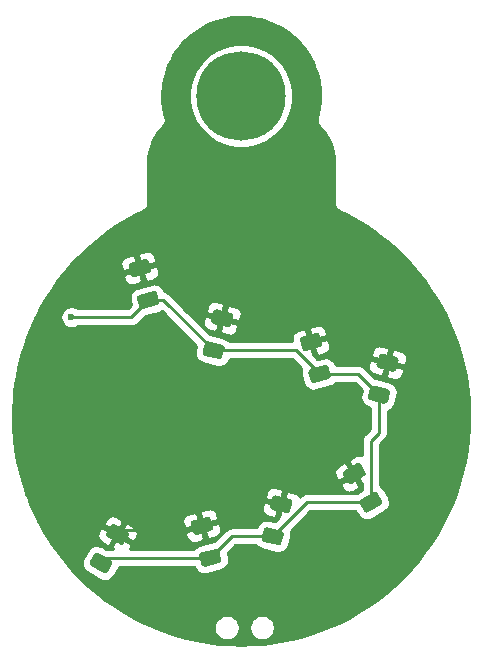
<source format=gtl>
%TF.GenerationSoftware,KiCad,Pcbnew,(5.1.8)-1*%
%TF.CreationDate,2020-11-17T19:57:04-05:00*%
%TF.ProjectId,drawing,64726177-696e-4672-9e6b-696361645f70,rev?*%
%TF.SameCoordinates,Original*%
%TF.FileFunction,Copper,L1,Top*%
%TF.FilePolarity,Positive*%
%FSLAX46Y46*%
G04 Gerber Fmt 4.6, Leading zero omitted, Abs format (unit mm)*
G04 Created by KiCad (PCBNEW (5.1.8)-1) date 2020-11-17 19:57:04*
%MOMM*%
%LPD*%
G01*
G04 APERTURE LIST*
%TA.AperFunction,ComponentPad*%
%ADD10C,7.559524*%
%TD*%
%TA.AperFunction,ViaPad*%
%ADD11C,0.600000*%
%TD*%
%TA.AperFunction,Conductor*%
%ADD12C,0.250000*%
%TD*%
%TA.AperFunction,Conductor*%
%ADD13C,0.254000*%
%TD*%
%TA.AperFunction,Conductor*%
%ADD14C,0.100000*%
%TD*%
G04 APERTURE END LIST*
%TO.P,D8,2*%
%TO.N,/VRes*%
%TA.AperFunction,SMDPad,CuDef*%
G36*
G01*
X-12271234Y-4041330D02*
X-13353766Y-3416330D01*
G75*
G02*
X-13445272Y-3074824I125000J216506D01*
G01*
X-13070272Y-2425304D01*
G75*
G02*
X-12728766Y-2333798I216506J-125000D01*
G01*
X-11646234Y-2958798D01*
G75*
G02*
X-11554728Y-3300304I-125000J-216506D01*
G01*
X-11929728Y-3949824D01*
G75*
G02*
X-12271234Y-4041330I-216506J125000D01*
G01*
G37*
%TD.AperFunction*%
%TO.P,D8,1*%
%TO.N,/GND*%
%TA.AperFunction,SMDPad,CuDef*%
G36*
G01*
X-13671234Y-6466202D02*
X-14753766Y-5841202D01*
G75*
G02*
X-14845272Y-5499696I125000J216506D01*
G01*
X-14470272Y-4850176D01*
G75*
G02*
X-14128766Y-4758670I216506J-125000D01*
G01*
X-13046234Y-5383670D01*
G75*
G02*
X-12954728Y-5725176I-125000J-216506D01*
G01*
X-13329728Y-6374696D01*
G75*
G02*
X-13671234Y-6466202I-216506J125000D01*
G01*
G37*
%TD.AperFunction*%
%TD*%
%TO.P,D7,2*%
%TO.N,/VRes*%
%TA.AperFunction,SMDPad,CuDef*%
G36*
G01*
X-4596881Y-2889645D02*
X-5804288Y-3213169D01*
G75*
G02*
X-6110474Y-3036393I-64705J241481D01*
G01*
X-6304589Y-2311949D01*
G75*
G02*
X-6127813Y-2005763I241481J64705D01*
G01*
X-4920406Y-1682239D01*
G75*
G02*
X-4614220Y-1859015I64705J-241481D01*
G01*
X-4420105Y-2583459D01*
G75*
G02*
X-4596881Y-2889645I-241481J-64705D01*
G01*
G37*
%TD.AperFunction*%
%TO.P,D7,1*%
%TO.N,/GND*%
%TA.AperFunction,SMDPad,CuDef*%
G36*
G01*
X-3872187Y-5594237D02*
X-5079594Y-5917761D01*
G75*
G02*
X-5385780Y-5740985I-64705J241481D01*
G01*
X-5579895Y-5016541D01*
G75*
G02*
X-5403119Y-4710355I241481J64705D01*
G01*
X-4195712Y-4386831D01*
G75*
G02*
X-3889526Y-4563607I64705J-241481D01*
G01*
X-3695411Y-5288051D01*
G75*
G02*
X-3872187Y-5594237I-241481J-64705D01*
G01*
G37*
%TD.AperFunction*%
%TD*%
%TO.P,D6,2*%
%TO.N,/VRes*%
%TA.AperFunction,SMDPad,CuDef*%
G36*
G01*
X10804288Y10586831D02*
X9596881Y10910355D01*
G75*
G02*
X9420105Y11216541I64705J241481D01*
G01*
X9614220Y11940985D01*
G75*
G02*
X9920406Y12117761I241481J-64705D01*
G01*
X11127813Y11794237D01*
G75*
G02*
X11304589Y11488051I-64705J-241481D01*
G01*
X11110474Y10763607D01*
G75*
G02*
X10804288Y10586831I-241481J64705D01*
G01*
G37*
%TD.AperFunction*%
%TO.P,D6,1*%
%TO.N,/GND*%
%TA.AperFunction,SMDPad,CuDef*%
G36*
G01*
X10079594Y7882239D02*
X8872187Y8205763D01*
G75*
G02*
X8695411Y8511949I64705J241481D01*
G01*
X8889526Y9236393D01*
G75*
G02*
X9195712Y9413169I241481J-64705D01*
G01*
X10403119Y9089645D01*
G75*
G02*
X10579895Y8783459I-64705J-241481D01*
G01*
X10385780Y8059015D01*
G75*
G02*
X10079594Y7882239I-241481J64705D01*
G01*
G37*
%TD.AperFunction*%
%TD*%
%TO.P,D5,2*%
%TO.N,/VRes*%
%TA.AperFunction,SMDPad,CuDef*%
G36*
G01*
X1804288Y-1413169D02*
X596881Y-1089645D01*
G75*
G02*
X420105Y-783459I64705J241481D01*
G01*
X614220Y-59015D01*
G75*
G02*
X920406Y117761I241481J-64705D01*
G01*
X2127813Y-205763D01*
G75*
G02*
X2304589Y-511949I-64705J-241481D01*
G01*
X2110474Y-1236393D01*
G75*
G02*
X1804288Y-1413169I-241481J64705D01*
G01*
G37*
%TD.AperFunction*%
%TO.P,D5,1*%
%TO.N,/GND*%
%TA.AperFunction,SMDPad,CuDef*%
G36*
G01*
X1079594Y-4117761D02*
X-127813Y-3794237D01*
G75*
G02*
X-304589Y-3488051I64705J241481D01*
G01*
X-110474Y-2763607D01*
G75*
G02*
X195712Y-2586831I241481J-64705D01*
G01*
X1403119Y-2910355D01*
G75*
G02*
X1579895Y-3216541I-64705J-241481D01*
G01*
X1385780Y-3940985D01*
G75*
G02*
X1079594Y-4117761I-241481J64705D01*
G01*
G37*
%TD.AperFunction*%
%TD*%
%TO.P,D4,2*%
%TO.N,/VRes*%
%TA.AperFunction,SMDPad,CuDef*%
G36*
G01*
X4653119Y12660355D02*
X3445712Y12336831D01*
G75*
G02*
X3139526Y12513607I-64705J241481D01*
G01*
X2945411Y13238051D01*
G75*
G02*
X3122187Y13544237I241481J64705D01*
G01*
X4329594Y13867761D01*
G75*
G02*
X4635780Y13690985I64705J-241481D01*
G01*
X4829895Y12966541D01*
G75*
G02*
X4653119Y12660355I-241481J-64705D01*
G01*
G37*
%TD.AperFunction*%
%TO.P,D4,1*%
%TO.N,/GND*%
%TA.AperFunction,SMDPad,CuDef*%
G36*
G01*
X5377813Y9955763D02*
X4170406Y9632239D01*
G75*
G02*
X3864220Y9809015I-64705J241481D01*
G01*
X3670105Y10533459D01*
G75*
G02*
X3846881Y10839645I241481J64705D01*
G01*
X5054288Y11163169D01*
G75*
G02*
X5360474Y10986393I64705J-241481D01*
G01*
X5554589Y10261949D01*
G75*
G02*
X5377813Y9955763I-241481J-64705D01*
G01*
G37*
%TD.AperFunction*%
%TD*%
%TO.P,D3,2*%
%TO.N,/VRes*%
%TA.AperFunction,SMDPad,CuDef*%
G36*
G01*
X8403766Y1733670D02*
X7321234Y1108670D01*
G75*
G02*
X6979728Y1200176I-125000J216506D01*
G01*
X6604728Y1849696D01*
G75*
G02*
X6696234Y2191202I216506J125000D01*
G01*
X7778766Y2816202D01*
G75*
G02*
X8120272Y2724696I125000J-216506D01*
G01*
X8495272Y2075176D01*
G75*
G02*
X8403766Y1733670I-216506J-125000D01*
G01*
G37*
%TD.AperFunction*%
%TO.P,D3,1*%
%TO.N,/GND*%
%TA.AperFunction,SMDPad,CuDef*%
G36*
G01*
X9803766Y-691202D02*
X8721234Y-1316202D01*
G75*
G02*
X8379728Y-1224696I-125000J216506D01*
G01*
X8004728Y-575176D01*
G75*
G02*
X8096234Y-233670I216506J125000D01*
G01*
X9178766Y391330D01*
G75*
G02*
X9520272Y299824I125000J-216506D01*
G01*
X9895272Y-349696D01*
G75*
G02*
X9803766Y-691202I-216506J-125000D01*
G01*
G37*
%TD.AperFunction*%
%TD*%
%TO.P,D2,2*%
%TO.N,/VRes*%
%TA.AperFunction,SMDPad,CuDef*%
G36*
G01*
X-3195712Y14336831D02*
X-4403119Y14660355D01*
G75*
G02*
X-4579895Y14966541I64705J241481D01*
G01*
X-4385780Y15690985D01*
G75*
G02*
X-4079594Y15867761I241481J-64705D01*
G01*
X-2872187Y15544237D01*
G75*
G02*
X-2695411Y15238051I-64705J-241481D01*
G01*
X-2889526Y14513607D01*
G75*
G02*
X-3195712Y14336831I-241481J64705D01*
G01*
G37*
%TD.AperFunction*%
%TO.P,D2,1*%
%TO.N,/GND*%
%TA.AperFunction,SMDPad,CuDef*%
G36*
G01*
X-3920406Y11632239D02*
X-5127813Y11955763D01*
G75*
G02*
X-5304589Y12261949I64705J241481D01*
G01*
X-5110474Y12986393D01*
G75*
G02*
X-4804288Y13163169I241481J-64705D01*
G01*
X-3596881Y12839645D01*
G75*
G02*
X-3420105Y12533459I-64705J-241481D01*
G01*
X-3614220Y11809015D01*
G75*
G02*
X-3920406Y11632239I-241481J64705D01*
G01*
G37*
%TD.AperFunction*%
%TD*%
%TO.P,D1,2*%
%TO.N,/VRes*%
%TA.AperFunction,SMDPad,CuDef*%
G36*
G01*
X-9846881Y18910355D02*
X-11054288Y18586831D01*
G75*
G02*
X-11360474Y18763607I-64705J241481D01*
G01*
X-11554589Y19488051D01*
G75*
G02*
X-11377813Y19794237I241481J64705D01*
G01*
X-10170406Y20117761D01*
G75*
G02*
X-9864220Y19940985I64705J-241481D01*
G01*
X-9670105Y19216541D01*
G75*
G02*
X-9846881Y18910355I-241481J-64705D01*
G01*
G37*
%TD.AperFunction*%
%TO.P,D1,1*%
%TO.N,/GND*%
%TA.AperFunction,SMDPad,CuDef*%
G36*
G01*
X-9122187Y16205763D02*
X-10329594Y15882239D01*
G75*
G02*
X-10635780Y16059015I-64705J241481D01*
G01*
X-10829895Y16783459D01*
G75*
G02*
X-10653119Y17089645I241481J64705D01*
G01*
X-9445712Y17413169D01*
G75*
G02*
X-9139526Y17236393I64705J-241481D01*
G01*
X-8945411Y16511949D01*
G75*
G02*
X-9122187Y16205763I-241481J-64705D01*
G01*
G37*
%TD.AperFunction*%
%TD*%
D10*
%TO.P,,1*%
%TO.N,N/C*%
X-2031151Y33936012D03*
%TD*%
D11*
%TO.N,/GND*%
X-16400000Y15200000D03*
%TO.N,/VRes*%
X-8800000Y-2800000D03*
%TD*%
D12*
%TO.N,/GND*%
X-11335357Y15200000D02*
X-9887653Y16647704D01*
X-16400000Y15200000D02*
X-11335357Y15200000D01*
X-8612347Y16647704D02*
X-4362347Y12397704D01*
X-9887653Y16647704D02*
X-8612347Y16647704D01*
X2612347Y12397704D02*
X4612347Y10397704D01*
X-4362347Y12397704D02*
X2612347Y12397704D01*
X7887653Y10397704D02*
X9637653Y8647704D01*
X4612347Y10397704D02*
X7887653Y10397704D01*
X9637653Y8647704D02*
X9637653Y5437653D01*
X8950000Y4750000D02*
X8950000Y-462436D01*
X9637653Y5437653D02*
X8950000Y4750000D01*
X3527513Y-462436D02*
X637653Y-3352296D01*
X8950000Y-462436D02*
X3527513Y-462436D01*
X-2837653Y-3352296D02*
X-4637653Y-5152296D01*
X637653Y-3352296D02*
X-2837653Y-3352296D01*
X-13439860Y-5152296D02*
X-13900000Y-5612436D01*
X-4637653Y-5152296D02*
X-13439860Y-5152296D01*
%TO.N,/VRes*%
X-12112436Y-2800000D02*
X-12500000Y-3187564D01*
X-8800000Y-2800000D02*
X-12112436Y-2800000D01*
%TD*%
D13*
%TO.N,/VRes*%
X-1699614Y40613051D02*
X-1370345Y40588550D01*
X-1043844Y40548009D01*
X-720800Y40491635D01*
X-401601Y40419659D01*
X-86775Y40332303D01*
X222986Y40229805D01*
X527308Y40112384D01*
X825425Y39980286D01*
X1116958Y39833702D01*
X1401338Y39672869D01*
X1677928Y39498082D01*
X1946173Y39309504D01*
X2205693Y39107313D01*
X2455907Y38891755D01*
X2696191Y38663172D01*
X2924792Y38422869D01*
X3140307Y38172795D01*
X3342450Y37913247D01*
X3531041Y37644919D01*
X3705916Y37368275D01*
X3866714Y37083954D01*
X4013280Y36792455D01*
X4145350Y36494302D01*
X4262830Y36189940D01*
X4365318Y35880210D01*
X4452647Y35565536D01*
X4524581Y35246233D01*
X4581005Y34923112D01*
X4621541Y34596741D01*
X4646027Y34267537D01*
X4654102Y33939583D01*
X4637284Y33464209D01*
X4587397Y32995453D01*
X4504683Y32531367D01*
X4391033Y32080965D01*
X4379081Y32047090D01*
X4369797Y31982531D01*
X4360075Y31917765D01*
X4360176Y31915632D01*
X4359874Y31913531D01*
X4363366Y31848329D01*
X4366463Y31782984D01*
X4366976Y31780921D01*
X4367090Y31778793D01*
X4383259Y31715432D01*
X4399022Y31652037D01*
X4399929Y31650111D01*
X4400455Y31648049D01*
X4428648Y31589118D01*
X4456502Y31529960D01*
X4457768Y31528247D01*
X4458686Y31526328D01*
X4497858Y31473995D01*
X4536693Y31421442D01*
X4563266Y31397274D01*
X4844620Y31089595D01*
X5094512Y30757067D01*
X5311816Y30400584D01*
X5494492Y30022388D01*
X5640298Y29624695D01*
X5747117Y29209319D01*
X5812916Y28777913D01*
X5836301Y28314807D01*
X5836300Y24922335D01*
X5834536Y24911760D01*
X5836300Y24854994D01*
X5836300Y24831954D01*
X5837346Y24821334D01*
X5838727Y24776892D01*
X5843943Y24754351D01*
X5846212Y24731318D01*
X5859125Y24688750D01*
X5869149Y24645434D01*
X5878662Y24624345D01*
X5885381Y24602195D01*
X5906346Y24562972D01*
X5924631Y24522436D01*
X5938079Y24503603D01*
X5948988Y24483194D01*
X5977202Y24448815D01*
X6003045Y24412625D01*
X6019909Y24396777D01*
X6034589Y24378890D01*
X6068966Y24350677D01*
X6101374Y24320222D01*
X6121002Y24307971D01*
X6138893Y24293288D01*
X6178119Y24272322D01*
X6187159Y24266679D01*
X6207784Y24256465D01*
X6257894Y24229681D01*
X6268156Y24226568D01*
X6854064Y23936418D01*
X7465027Y23605921D01*
X8061025Y23255430D01*
X8641574Y22885490D01*
X9206389Y22496521D01*
X9755215Y22089174D01*
X10287672Y21663902D01*
X10803436Y21221240D01*
X11302142Y20761838D01*
X11783446Y20286036D01*
X12247096Y19794573D01*
X12692564Y19287881D01*
X13119738Y18766445D01*
X13528067Y18230923D01*
X13917367Y17681788D01*
X14287161Y17119515D01*
X14637285Y16544734D01*
X14967202Y15958010D01*
X15276729Y15359912D01*
X15565409Y14750776D01*
X15833020Y14131338D01*
X16079079Y13502189D01*
X16303303Y12863699D01*
X16505327Y12216392D01*
X16684951Y11560861D01*
X16841671Y10897770D01*
X16975236Y10227337D01*
X17085324Y9550492D01*
X17171554Y8867506D01*
X17233458Y8178941D01*
X17270935Y7485216D01*
X17283547Y6789384D01*
X17259732Y5829343D01*
X17188941Y4878061D01*
X17071796Y3934818D01*
X16908979Y3001376D01*
X16700964Y2079120D01*
X16448609Y1169657D01*
X16152506Y274590D01*
X15813354Y-604382D01*
X15431579Y-1465863D01*
X15008200Y-2308178D01*
X14543598Y-3129609D01*
X14038532Y-3928829D01*
X13493593Y-4704086D01*
X12909496Y-5453815D01*
X12286986Y-6176568D01*
X11626509Y-6870558D01*
X10932376Y-7531082D01*
X10209686Y-8153718D01*
X9459904Y-8737880D01*
X8684738Y-9282728D01*
X7885494Y-9787905D01*
X7064068Y-10252505D01*
X6221765Y-10675976D01*
X5360282Y-11057656D01*
X4481260Y-11396923D01*
X3586307Y-11693020D01*
X2676869Y-11945465D01*
X1754616Y-12153382D01*
X821038Y-12316302D01*
X-122073Y-12433442D01*
X-1073339Y-12504232D01*
X-2031216Y-12527990D01*
X-2988957Y-12504232D01*
X-3940239Y-12433441D01*
X-4883446Y-12316301D01*
X-5816902Y-12153385D01*
X-6739161Y-11945467D01*
X-7648596Y-11693023D01*
X-8543555Y-11396925D01*
X-9422576Y-11057659D01*
X-9613348Y-10973137D01*
X-4335000Y-10973137D01*
X-4335000Y-11186863D01*
X-4293304Y-11396483D01*
X-4211515Y-11593940D01*
X-4092775Y-11771647D01*
X-3941647Y-11922775D01*
X-3763940Y-12041515D01*
X-3566483Y-12123304D01*
X-3356863Y-12165000D01*
X-3143137Y-12165000D01*
X-2933517Y-12123304D01*
X-2736060Y-12041515D01*
X-2558353Y-11922775D01*
X-2407225Y-11771647D01*
X-2288485Y-11593940D01*
X-2206696Y-11396483D01*
X-2165000Y-11186863D01*
X-2165000Y-10973137D01*
X-1335000Y-10973137D01*
X-1335000Y-11186863D01*
X-1293304Y-11396483D01*
X-1211515Y-11593940D01*
X-1092775Y-11771647D01*
X-941647Y-11922775D01*
X-763940Y-12041515D01*
X-566483Y-12123304D01*
X-356863Y-12165000D01*
X-143137Y-12165000D01*
X66483Y-12123304D01*
X263940Y-12041515D01*
X441647Y-11922775D01*
X592775Y-11771647D01*
X711515Y-11593940D01*
X793304Y-11396483D01*
X835000Y-11186863D01*
X835000Y-10973137D01*
X793304Y-10763517D01*
X711515Y-10566060D01*
X592775Y-10388353D01*
X441647Y-10237225D01*
X263940Y-10118485D01*
X66483Y-10036696D01*
X-143137Y-9995000D01*
X-356863Y-9995000D01*
X-566483Y-10036696D01*
X-763940Y-10118485D01*
X-941647Y-10237225D01*
X-1092775Y-10388353D01*
X-1211515Y-10566060D01*
X-1293304Y-10763517D01*
X-1335000Y-10973137D01*
X-2165000Y-10973137D01*
X-2206696Y-10763517D01*
X-2288485Y-10566060D01*
X-2407225Y-10388353D01*
X-2558353Y-10237225D01*
X-2736060Y-10118485D01*
X-2933517Y-10036696D01*
X-3143137Y-9995000D01*
X-3356863Y-9995000D01*
X-3566483Y-10036696D01*
X-3763940Y-10118485D01*
X-3941647Y-10237225D01*
X-4092775Y-10388353D01*
X-4211515Y-10566060D01*
X-4293304Y-10763517D01*
X-4335000Y-10973137D01*
X-9613348Y-10973137D01*
X-10284058Y-10675979D01*
X-11126361Y-10252509D01*
X-11947786Y-9787910D01*
X-12747027Y-9282735D01*
X-13522294Y-8737886D01*
X-14271967Y-8153734D01*
X-14994657Y-7531099D01*
X-15688791Y-6870576D01*
X-16349280Y-6176576D01*
X-16971905Y-5453803D01*
X-17555960Y-4704129D01*
X-18100802Y-3928875D01*
X-18477325Y-3333062D01*
X-14206978Y-3333062D01*
X-14186602Y-3456475D01*
X-14142542Y-3573541D01*
X-14076489Y-3679764D01*
X-13990983Y-3771058D01*
X-13889308Y-3843916D01*
X-13377467Y-4135881D01*
X-13160610Y-4077774D01*
X-12673485Y-3234049D01*
X-12834513Y-3141079D01*
X-12326515Y-3141079D01*
X-11266283Y-3753204D01*
X-11049427Y-3695097D01*
X-10877141Y-3402834D01*
X-10825518Y-3288900D01*
X-10797114Y-3167083D01*
X-10795394Y-3114534D01*
X-6746937Y-3114534D01*
X-6662100Y-3443019D01*
X-6618040Y-3560087D01*
X-6551987Y-3666308D01*
X-6466480Y-3757602D01*
X-6364806Y-3830461D01*
X-6250872Y-3882083D01*
X-6129056Y-3910488D01*
X-6004039Y-3914581D01*
X-5880625Y-3894205D01*
X-5312248Y-3738728D01*
X-5199995Y-3544300D01*
X-5452150Y-2603247D01*
X-6634684Y-2920106D01*
X-6746937Y-3114534D01*
X-10795394Y-3114534D01*
X-10793022Y-3042066D01*
X-10813398Y-2918653D01*
X-10857458Y-2801587D01*
X-10923511Y-2695364D01*
X-11009017Y-2604070D01*
X-11110692Y-2531212D01*
X-11622533Y-2239247D01*
X-11839390Y-2297354D01*
X-12326515Y-3141079D01*
X-12834513Y-3141079D01*
X-13733717Y-2621924D01*
X-13950573Y-2680031D01*
X-14122859Y-2972294D01*
X-14174482Y-3086228D01*
X-14202886Y-3208045D01*
X-14206978Y-3333062D01*
X-18477325Y-3333062D01*
X-18605893Y-3129616D01*
X-19070505Y-2308168D01*
X-19132379Y-2185097D01*
X-13664823Y-2185097D01*
X-13606717Y-2401954D01*
X-12546485Y-3014079D01*
X-12059360Y-2170354D01*
X-12074942Y-2112199D01*
X-7006000Y-2112199D01*
X-6985624Y-2235612D01*
X-6894853Y-2562507D01*
X-6700424Y-2674761D01*
X-6188187Y-2537507D01*
X-5206804Y-2537507D01*
X-4954650Y-3478560D01*
X-4760222Y-3590813D01*
X-4190255Y-3441271D01*
X-4073188Y-3397211D01*
X-3966966Y-3331158D01*
X-3875672Y-3245651D01*
X-3802813Y-3143977D01*
X-3751191Y-3030043D01*
X-3722786Y-2908226D01*
X-3718694Y-2783209D01*
X-3739070Y-2659796D01*
X-3829841Y-2332901D01*
X-4024270Y-2220647D01*
X-5206804Y-2537507D01*
X-6188187Y-2537507D01*
X-5517890Y-2357901D01*
X-5770044Y-1416848D01*
X-5883909Y-1351108D01*
X-5524699Y-1351108D01*
X-5272544Y-2292161D01*
X-4090010Y-1975302D01*
X-3977757Y-1780874D01*
X-4062594Y-1452389D01*
X-4106654Y-1335321D01*
X-4172707Y-1229100D01*
X-4258214Y-1137806D01*
X-4359888Y-1064947D01*
X-4473822Y-1013325D01*
X-4595638Y-984920D01*
X-4647898Y-983209D01*
X-281306Y-983209D01*
X-277214Y-1108226D01*
X-248809Y-1230043D01*
X-197187Y-1343977D01*
X-124328Y-1445651D01*
X-33034Y-1531158D01*
X73188Y-1597211D01*
X190255Y-1641271D01*
X760222Y-1790813D01*
X954650Y-1678560D01*
X1206804Y-737507D01*
X24270Y-420647D01*
X-170159Y-532901D01*
X-260930Y-859796D01*
X-281306Y-983209D01*
X-4647898Y-983209D01*
X-4720655Y-980827D01*
X-4844069Y-1001203D01*
X-5412446Y-1156680D01*
X-5524699Y-1351108D01*
X-5883909Y-1351108D01*
X-5964472Y-1304595D01*
X-6534439Y-1454137D01*
X-6651506Y-1498197D01*
X-6757728Y-1564250D01*
X-6849022Y-1649757D01*
X-6921881Y-1751431D01*
X-6973503Y-1865365D01*
X-7001908Y-1987182D01*
X-7006000Y-2112199D01*
X-12074942Y-2112199D01*
X-12117467Y-1953497D01*
X-12626236Y-1656212D01*
X-12740171Y-1604588D01*
X-12861987Y-1576184D01*
X-12987005Y-1572093D01*
X-13110417Y-1592468D01*
X-13227484Y-1636529D01*
X-13333706Y-1702581D01*
X-13425000Y-1788088D01*
X-13497859Y-1889762D01*
X-13664823Y-2185097D01*
X-19132379Y-2185097D01*
X-19493976Y-1465865D01*
X-19875639Y-604421D01*
X-20116235Y19126D01*
X-22243Y19126D01*
X90010Y-175302D01*
X1272544Y-492161D01*
X1524699Y448892D01*
X1412446Y643320D01*
X844069Y798797D01*
X720655Y819173D01*
X595638Y815080D01*
X473822Y786675D01*
X359888Y735053D01*
X258214Y662194D01*
X172707Y570900D01*
X106654Y464679D01*
X62594Y347611D01*
X-22243Y19126D01*
X-20116235Y19126D01*
X-20214818Y274621D01*
X-20441616Y959969D01*
X6385177Y959969D01*
X6552141Y664634D01*
X6625000Y562960D01*
X6716294Y477453D01*
X6822516Y411401D01*
X6939583Y367340D01*
X7062995Y346965D01*
X7188013Y351056D01*
X7309829Y379460D01*
X7423764Y431084D01*
X7932533Y728369D01*
X7990640Y945226D01*
X7503515Y1788951D01*
X6443283Y1176826D01*
X6385177Y959969D01*
X-20441616Y959969D01*
X-20511016Y1169684D01*
X-20763357Y2079094D01*
X-20769858Y2107934D01*
X5843022Y2107934D01*
X5847114Y1982917D01*
X5875518Y1861100D01*
X5927141Y1747166D01*
X6099427Y1454903D01*
X6316283Y1396796D01*
X7376515Y2008921D01*
X6889390Y2852646D01*
X6672533Y2910753D01*
X6160692Y2618788D01*
X6059017Y2545930D01*
X5973511Y2454636D01*
X5907458Y2348413D01*
X5863398Y2231347D01*
X5843022Y2107934D01*
X-20769858Y2107934D01*
X-20971276Y3001359D01*
X-21134096Y3934816D01*
X-21251241Y4878058D01*
X-21322032Y5829341D01*
X-21345848Y6789417D01*
X-21333333Y7485263D01*
X-21295860Y8178890D01*
X-21233854Y8867521D01*
X-21147716Y9550543D01*
X-21037633Y10227453D01*
X-20904070Y10897875D01*
X-20747337Y11561017D01*
X-20567824Y12216499D01*
X-20365708Y12863789D01*
X-20141469Y13502416D01*
X-19895394Y14131605D01*
X-19627867Y14751166D01*
X-19371473Y15292089D01*
X-17335000Y15292089D01*
X-17335000Y15107911D01*
X-17299068Y14927271D01*
X-17228586Y14757111D01*
X-17126262Y14603972D01*
X-16996028Y14473738D01*
X-16842889Y14371414D01*
X-16672729Y14300932D01*
X-16492089Y14265000D01*
X-16307911Y14265000D01*
X-16127271Y14300932D01*
X-15957111Y14371414D01*
X-15854465Y14440000D01*
X-11372679Y14440000D01*
X-11335357Y14436324D01*
X-11298035Y14440000D01*
X-11298024Y14440000D01*
X-11186371Y14450997D01*
X-11043110Y14494454D01*
X-10911081Y14565026D01*
X-10795356Y14659999D01*
X-10771553Y14689003D01*
X-10200619Y15259936D01*
X-10164449Y15265908D01*
X-8957042Y15589432D01*
X-8794107Y15650757D01*
X-8730040Y15690596D01*
X-5824897Y12785452D01*
X-5920919Y12427095D01*
X-5949279Y12255327D01*
X-5943582Y12081328D01*
X-5904050Y11911783D01*
X-5832201Y11753208D01*
X-5730796Y11611698D01*
X-5603732Y11492689D01*
X-5455892Y11400757D01*
X-5292958Y11339432D01*
X-4085551Y11015908D01*
X-3913785Y10987549D01*
X-3739785Y10993245D01*
X-3570240Y11032778D01*
X-3411666Y11104627D01*
X-3270155Y11206032D01*
X-3151147Y11333095D01*
X-3059214Y11480935D01*
X-3000210Y11637704D01*
X2297546Y11637704D01*
X3067048Y10868202D01*
X3031111Y10714080D01*
X3025415Y10540080D01*
X3053775Y10368313D01*
X3247890Y9643869D01*
X3309214Y9480936D01*
X3401146Y9333096D01*
X3520155Y9206032D01*
X3661665Y9104627D01*
X3820240Y9032778D01*
X3989785Y8993246D01*
X4163784Y8987549D01*
X4335551Y9015908D01*
X5542958Y9339432D01*
X5705893Y9400757D01*
X5853733Y9492690D01*
X5980796Y9611698D01*
X5999432Y9637704D01*
X7572852Y9637704D01*
X8175103Y9035453D01*
X8079081Y8677095D01*
X8050721Y8505327D01*
X8056418Y8331328D01*
X8095950Y8161783D01*
X8167799Y8003208D01*
X8269204Y7861698D01*
X8396268Y7742689D01*
X8544108Y7650757D01*
X8707042Y7589432D01*
X8877653Y7543717D01*
X8877654Y5752456D01*
X8439002Y5313803D01*
X8409999Y5290001D01*
X8363560Y5233414D01*
X8315026Y5174276D01*
X8244455Y5042247D01*
X8244454Y5042246D01*
X8200997Y4898985D01*
X8190000Y4787332D01*
X8190000Y4787322D01*
X8186324Y4750000D01*
X8190000Y4712677D01*
X8190000Y3546398D01*
X8160417Y3557532D01*
X8037005Y3577907D01*
X7911987Y3573816D01*
X7790171Y3545412D01*
X7676236Y3493788D01*
X7167467Y3196503D01*
X7109360Y2979646D01*
X7596485Y2135921D01*
X7613806Y2145921D01*
X7740806Y1925951D01*
X7723485Y1915951D01*
X8190001Y1107922D01*
X8190001Y557249D01*
X7777198Y318917D01*
X7747400Y297564D01*
X3564835Y297564D01*
X3527512Y301240D01*
X3490189Y297564D01*
X3490180Y297564D01*
X3378527Y286567D01*
X3235266Y243110D01*
X3103237Y172538D01*
X2987512Y77565D01*
X2963716Y48569D01*
X2934926Y19779D01*
X2921881Y48569D01*
X2849022Y150243D01*
X2757728Y235750D01*
X2651506Y301803D01*
X2534439Y345863D01*
X1964472Y495405D01*
X1770044Y383152D01*
X1517890Y-557901D01*
X1537209Y-563077D01*
X1471468Y-808423D01*
X1452150Y-803247D01*
X1210664Y-1704484D01*
X821278Y-2093870D01*
X360857Y-1970500D01*
X189091Y-1942141D01*
X15091Y-1947837D01*
X-154454Y-1987370D01*
X-313028Y-2059219D01*
X-454539Y-2160624D01*
X-573547Y-2287687D01*
X-665480Y-2435527D01*
X-724484Y-2592296D01*
X-2800331Y-2592296D01*
X-2837654Y-2588620D01*
X-2874977Y-2592296D01*
X-2874986Y-2592296D01*
X-2986639Y-2603293D01*
X-3129900Y-2646750D01*
X-3261929Y-2717322D01*
X-3261931Y-2717323D01*
X-3261930Y-2717323D01*
X-3348657Y-2788497D01*
X-3348661Y-2788501D01*
X-3377654Y-2812295D01*
X-3401448Y-2841288D01*
X-4324687Y-3764528D01*
X-4360857Y-3770500D01*
X-5568264Y-4094024D01*
X-5731199Y-4155349D01*
X-5879039Y-4247282D01*
X-6006102Y-4366290D01*
X-6024738Y-4392296D01*
X-11449525Y-4392296D01*
X-11335177Y-4190031D01*
X-11393283Y-3973174D01*
X-12453515Y-3361049D01*
X-12940640Y-4204774D01*
X-12890393Y-4392296D01*
X-13402538Y-4392296D01*
X-13439861Y-4388620D01*
X-13477184Y-4392296D01*
X-13477193Y-4392296D01*
X-13485741Y-4393138D01*
X-13809730Y-4206083D01*
X-13968305Y-4134234D01*
X-14137850Y-4094702D01*
X-14311849Y-4089005D01*
X-14483616Y-4117364D01*
X-14646551Y-4178689D01*
X-14794390Y-4270621D01*
X-14921454Y-4389630D01*
X-15022859Y-4531140D01*
X-15397859Y-5180660D01*
X-15469708Y-5339235D01*
X-15509240Y-5508779D01*
X-15514937Y-5682779D01*
X-15486578Y-5854546D01*
X-15425254Y-6017480D01*
X-15333321Y-6165320D01*
X-15214312Y-6292384D01*
X-15072802Y-6393789D01*
X-13990270Y-7018789D01*
X-13831695Y-7090638D01*
X-13662150Y-7130170D01*
X-13488151Y-7135867D01*
X-13316384Y-7107508D01*
X-13153449Y-7046183D01*
X-13005610Y-6954251D01*
X-12878546Y-6835242D01*
X-12777141Y-6693732D01*
X-12402141Y-6044212D01*
X-12342371Y-5912296D01*
X-5999790Y-5912296D01*
X-5940786Y-6069064D01*
X-5848854Y-6216904D01*
X-5729845Y-6343968D01*
X-5588335Y-6445373D01*
X-5429760Y-6517222D01*
X-5260215Y-6556754D01*
X-5086216Y-6562451D01*
X-4914449Y-6534092D01*
X-3707042Y-6210568D01*
X-3544107Y-6149243D01*
X-3396267Y-6057310D01*
X-3269204Y-5938302D01*
X-3167799Y-5796791D01*
X-3095950Y-5638217D01*
X-3056417Y-5468672D01*
X-3050721Y-5294672D01*
X-3079081Y-5122905D01*
X-3175103Y-4764548D01*
X-2522850Y-4112296D01*
X-749432Y-4112296D01*
X-730796Y-4138302D01*
X-603732Y-4257311D01*
X-455892Y-4349243D01*
X-292958Y-4410568D01*
X914449Y-4734092D01*
X1086215Y-4762451D01*
X1260215Y-4756755D01*
X1429760Y-4717222D01*
X1588334Y-4645373D01*
X1729845Y-4543968D01*
X1848853Y-4416905D01*
X1940786Y-4269065D01*
X2002110Y-4106131D01*
X2196225Y-3381687D01*
X2224585Y-3209919D01*
X2218888Y-3035920D01*
X2182952Y-2881798D01*
X3842315Y-1222436D01*
X7641641Y-1222436D01*
X7827141Y-1543732D01*
X7928546Y-1685242D01*
X8055610Y-1804251D01*
X8203450Y-1896184D01*
X8366384Y-1957508D01*
X8538151Y-1985867D01*
X8712151Y-1980170D01*
X8881695Y-1940638D01*
X9040270Y-1868789D01*
X10122802Y-1243789D01*
X10264312Y-1142384D01*
X10383321Y-1015320D01*
X10475253Y-867481D01*
X10536578Y-704546D01*
X10564937Y-532779D01*
X10559240Y-358780D01*
X10519708Y-189235D01*
X10447859Y-30660D01*
X10072859Y618860D01*
X9971454Y760370D01*
X9844390Y879379D01*
X9710000Y962948D01*
X9710000Y4435199D01*
X10148655Y4873854D01*
X10177654Y4897652D01*
X10272627Y5013377D01*
X10343199Y5145406D01*
X10386656Y5288667D01*
X10397653Y5400320D01*
X10397653Y5400329D01*
X10401329Y5437652D01*
X10397653Y5474975D01*
X10397653Y7275292D01*
X10429760Y7282778D01*
X10588334Y7354627D01*
X10729845Y7456032D01*
X10848853Y7583095D01*
X10940786Y7730935D01*
X11002110Y7893869D01*
X11196225Y8618313D01*
X11224585Y8790081D01*
X11218888Y8964080D01*
X11179356Y9133625D01*
X11107507Y9292200D01*
X11006102Y9433710D01*
X10879038Y9552719D01*
X10731198Y9644651D01*
X10568264Y9705976D01*
X9360857Y10029500D01*
X9324687Y10035472D01*
X8451457Y10908701D01*
X8427654Y10937705D01*
X8331288Y11016791D01*
X8718694Y11016791D01*
X8722786Y10891774D01*
X8751191Y10769957D01*
X8802813Y10656023D01*
X8875672Y10554349D01*
X8966966Y10468842D01*
X9073188Y10402789D01*
X9190255Y10358729D01*
X9760222Y10209187D01*
X9840784Y10255700D01*
X10199995Y10255700D01*
X10312248Y10061272D01*
X10880625Y9905795D01*
X11004039Y9885419D01*
X11129056Y9889512D01*
X11250872Y9917917D01*
X11364806Y9969539D01*
X11466480Y10042398D01*
X11551987Y10133692D01*
X11618040Y10239913D01*
X11662100Y10356981D01*
X11746937Y10685466D01*
X11634684Y10879894D01*
X10452150Y11196753D01*
X10199995Y10255700D01*
X9840784Y10255700D01*
X9954650Y10321440D01*
X10206804Y11262493D01*
X9536508Y11442099D01*
X10517890Y11442099D01*
X11700424Y11125239D01*
X11894853Y11237493D01*
X11985624Y11564388D01*
X12006000Y11687801D01*
X12001908Y11812818D01*
X11973503Y11934635D01*
X11921881Y12048569D01*
X11849022Y12150243D01*
X11757728Y12235750D01*
X11651506Y12301803D01*
X11534439Y12345863D01*
X10964472Y12495405D01*
X10770044Y12383152D01*
X10517890Y11442099D01*
X9536508Y11442099D01*
X9024270Y11579353D01*
X8829841Y11467099D01*
X8739070Y11140204D01*
X8718694Y11016791D01*
X8331288Y11016791D01*
X8311929Y11032678D01*
X8179900Y11103250D01*
X8036639Y11146707D01*
X7924986Y11157704D01*
X7924975Y11157704D01*
X7887653Y11161380D01*
X7850331Y11157704D01*
X5974484Y11157704D01*
X5915480Y11314472D01*
X5823548Y11462312D01*
X5704539Y11589376D01*
X5563029Y11690781D01*
X5404454Y11762630D01*
X5234909Y11802162D01*
X5060910Y11807859D01*
X4889143Y11779500D01*
X4428722Y11656130D01*
X4039336Y12045516D01*
X3797850Y12946753D01*
X3778532Y12941577D01*
X3759530Y13012493D01*
X4043196Y13012493D01*
X4295350Y12071440D01*
X4489778Y11959187D01*
X4718230Y12019126D01*
X8977757Y12019126D01*
X9090010Y11824698D01*
X10272544Y11507839D01*
X10524699Y12448892D01*
X10412446Y12643320D01*
X9844069Y12798797D01*
X9720655Y12819173D01*
X9595638Y12815080D01*
X9473822Y12786675D01*
X9359888Y12735053D01*
X9258214Y12662194D01*
X9172707Y12570900D01*
X9106654Y12464679D01*
X9062594Y12347611D01*
X8977757Y12019126D01*
X4718230Y12019126D01*
X5059745Y12108729D01*
X5176812Y12152789D01*
X5283034Y12218842D01*
X5374328Y12304349D01*
X5447187Y12406023D01*
X5498809Y12519957D01*
X5527214Y12641774D01*
X5531306Y12766791D01*
X5510930Y12890204D01*
X5420159Y13217099D01*
X5225730Y13329353D01*
X4043196Y13012493D01*
X3759530Y13012493D01*
X3712791Y13186923D01*
X3732110Y13192099D01*
X3479956Y14133152D01*
X3366091Y14198892D01*
X3725301Y14198892D01*
X3977456Y13257839D01*
X5159990Y13574698D01*
X5272243Y13769126D01*
X5187406Y14097611D01*
X5143346Y14214679D01*
X5077293Y14320900D01*
X4991786Y14412194D01*
X4890112Y14485053D01*
X4776178Y14536675D01*
X4654362Y14565080D01*
X4529345Y14569173D01*
X4405931Y14548797D01*
X3837554Y14393320D01*
X3725301Y14198892D01*
X3366091Y14198892D01*
X3285528Y14245405D01*
X2715561Y14095863D01*
X2598494Y14051803D01*
X2492272Y13985750D01*
X2400978Y13900243D01*
X2328119Y13798569D01*
X2276497Y13684635D01*
X2248092Y13562818D01*
X2244000Y13437801D01*
X2264376Y13314388D01*
X2307883Y13157704D01*
X-2975262Y13157704D01*
X-2993898Y13183710D01*
X-3120962Y13302719D01*
X-3268802Y13394651D01*
X-3431736Y13455976D01*
X-4639143Y13779500D01*
X-4675313Y13785472D01*
X-5656632Y14766791D01*
X-5281306Y14766791D01*
X-5277214Y14641774D01*
X-5248809Y14519957D01*
X-5197187Y14406023D01*
X-5124328Y14304349D01*
X-5033034Y14218842D01*
X-4926812Y14152789D01*
X-4809745Y14108729D01*
X-4239778Y13959187D01*
X-4159216Y14005700D01*
X-3800005Y14005700D01*
X-3687752Y13811272D01*
X-3119375Y13655795D01*
X-2995961Y13635419D01*
X-2870944Y13639512D01*
X-2749128Y13667917D01*
X-2635194Y13719539D01*
X-2533520Y13792398D01*
X-2448013Y13883692D01*
X-2381960Y13989913D01*
X-2337900Y14106981D01*
X-2253063Y14435466D01*
X-2365316Y14629894D01*
X-3547850Y14946753D01*
X-3800005Y14005700D01*
X-4159216Y14005700D01*
X-4045350Y14071440D01*
X-3793196Y15012493D01*
X-4463492Y15192099D01*
X-3482110Y15192099D01*
X-2299576Y14875239D01*
X-2105147Y14987493D01*
X-2014376Y15314388D01*
X-1994000Y15437801D01*
X-1998092Y15562818D01*
X-2026497Y15684635D01*
X-2078119Y15798569D01*
X-2150978Y15900243D01*
X-2242272Y15985750D01*
X-2348494Y16051803D01*
X-2465561Y16095863D01*
X-3035528Y16245405D01*
X-3229956Y16133152D01*
X-3482110Y15192099D01*
X-4463492Y15192099D01*
X-4975730Y15329353D01*
X-5170159Y15217099D01*
X-5260930Y14890204D01*
X-5281306Y14766791D01*
X-5656632Y14766791D01*
X-6658967Y15769126D01*
X-5022243Y15769126D01*
X-4909990Y15574698D01*
X-3727456Y15257839D01*
X-3475301Y16198892D01*
X-3587554Y16393320D01*
X-4155931Y16548797D01*
X-4279345Y16569173D01*
X-4404362Y16565080D01*
X-4526178Y16536675D01*
X-4640112Y16485053D01*
X-4741786Y16412194D01*
X-4827293Y16320900D01*
X-4893346Y16214679D01*
X-4937406Y16097611D01*
X-5022243Y15769126D01*
X-6658967Y15769126D01*
X-8048543Y17158701D01*
X-8072346Y17187705D01*
X-8188071Y17282678D01*
X-8320100Y17353250D01*
X-8463361Y17396707D01*
X-8523611Y17402641D01*
X-8584520Y17564472D01*
X-8676452Y17712312D01*
X-8795461Y17839376D01*
X-8936971Y17940781D01*
X-9095546Y18012630D01*
X-9265091Y18052162D01*
X-9439090Y18057859D01*
X-9610857Y18029500D01*
X-10818264Y17705976D01*
X-10981199Y17644651D01*
X-11129039Y17552718D01*
X-11256102Y17433710D01*
X-11357507Y17292199D01*
X-11429356Y17133625D01*
X-11468889Y16964080D01*
X-11474585Y16790080D01*
X-11446225Y16618313D01*
X-11350203Y16259955D01*
X-11650158Y15960000D01*
X-15854465Y15960000D01*
X-15957111Y16028586D01*
X-16127271Y16099068D01*
X-16307911Y16135000D01*
X-16492089Y16135000D01*
X-16672729Y16099068D01*
X-16842889Y16028586D01*
X-16996028Y15926262D01*
X-17126262Y15796028D01*
X-17228586Y15642889D01*
X-17299068Y15472729D01*
X-17335000Y15292089D01*
X-19371473Y15292089D01*
X-19339227Y15360119D01*
X-19029683Y15958344D01*
X-18699771Y16545057D01*
X-18349687Y17119774D01*
X-17979757Y17682105D01*
X-17590547Y18231249D01*
X-17244129Y18685466D01*
X-11996937Y18685466D01*
X-11912100Y18356981D01*
X-11868040Y18239913D01*
X-11801987Y18133692D01*
X-11716480Y18042398D01*
X-11614806Y17969539D01*
X-11500872Y17917917D01*
X-11379056Y17889512D01*
X-11254039Y17885419D01*
X-11130625Y17905795D01*
X-10562248Y18061272D01*
X-10449995Y18255700D01*
X-10702150Y19196753D01*
X-11884684Y18879894D01*
X-11996937Y18685466D01*
X-17244129Y18685466D01*
X-17182153Y18766727D01*
X-16754948Y19288201D01*
X-16403699Y19687801D01*
X-12256000Y19687801D01*
X-12235624Y19564388D01*
X-12144853Y19237493D01*
X-11950424Y19125239D01*
X-11438187Y19262493D01*
X-10456804Y19262493D01*
X-10204650Y18321440D01*
X-10010222Y18209187D01*
X-9440255Y18358729D01*
X-9323188Y18402789D01*
X-9216966Y18468842D01*
X-9125672Y18554349D01*
X-9052813Y18656023D01*
X-9001191Y18769957D01*
X-8972786Y18891774D01*
X-8968694Y19016791D01*
X-8989070Y19140204D01*
X-9079841Y19467099D01*
X-9274270Y19579353D01*
X-10456804Y19262493D01*
X-11438187Y19262493D01*
X-10767890Y19442099D01*
X-11020044Y20383152D01*
X-11133909Y20448892D01*
X-10774699Y20448892D01*
X-10522544Y19507839D01*
X-9340010Y19824698D01*
X-9227757Y20019126D01*
X-9312594Y20347611D01*
X-9356654Y20464679D01*
X-9422707Y20570900D01*
X-9508214Y20662194D01*
X-9609888Y20735053D01*
X-9723822Y20786675D01*
X-9845638Y20815080D01*
X-9970655Y20819173D01*
X-10094069Y20798797D01*
X-10662446Y20643320D01*
X-10774699Y20448892D01*
X-11133909Y20448892D01*
X-11214472Y20495405D01*
X-11784439Y20345863D01*
X-11901506Y20301803D01*
X-12007728Y20235750D01*
X-12099022Y20150243D01*
X-12171881Y20048569D01*
X-12223503Y19934635D01*
X-12251908Y19812818D01*
X-12256000Y19687801D01*
X-16403699Y19687801D01*
X-16309421Y19795056D01*
X-15845915Y20286467D01*
X-15364490Y20762290D01*
X-14865842Y21221732D01*
X-14350090Y21664288D01*
X-13817564Y22089614D01*
X-13268786Y22497021D01*
X-12703874Y22885991D01*
X-12123396Y23255948D01*
X-11527434Y23606417D01*
X-10916356Y23936923D01*
X-10330459Y24227067D01*
X-10320194Y24230181D01*
X-10270071Y24256972D01*
X-10249460Y24267179D01*
X-10240426Y24272818D01*
X-10201193Y24293788D01*
X-10183298Y24308474D01*
X-10163675Y24320722D01*
X-10131277Y24351167D01*
X-10096889Y24379389D01*
X-10082205Y24397281D01*
X-10065345Y24413125D01*
X-10039508Y24449307D01*
X-10011288Y24483693D01*
X-10000376Y24504108D01*
X-9986932Y24522935D01*
X-9968650Y24563463D01*
X-9947681Y24602694D01*
X-9940962Y24624845D01*
X-9931449Y24645933D01*
X-9921425Y24689249D01*
X-9908512Y24731817D01*
X-9906243Y24754850D01*
X-9901027Y24777391D01*
X-9899646Y24821828D01*
X-9898600Y24832453D01*
X-9898600Y24855512D01*
X-9896837Y24912260D01*
X-9898600Y24922829D01*
X-9898600Y28314826D01*
X-9875216Y28777914D01*
X-9809417Y29209320D01*
X-9702598Y29624696D01*
X-9556770Y30022446D01*
X-9374205Y30400590D01*
X-9156845Y30757023D01*
X-8906916Y31089599D01*
X-8625566Y31397274D01*
X-8598993Y31421442D01*
X-8560158Y31473995D01*
X-8520986Y31526328D01*
X-8520068Y31528247D01*
X-8518802Y31529960D01*
X-8490963Y31589085D01*
X-8462755Y31648048D01*
X-8462228Y31650112D01*
X-8461322Y31652037D01*
X-8445569Y31715393D01*
X-8429390Y31778792D01*
X-8429276Y31780921D01*
X-8428763Y31782984D01*
X-8425666Y31848321D01*
X-8422174Y31913531D01*
X-8422476Y31915632D01*
X-8422375Y31917766D01*
X-8432100Y31982555D01*
X-8441381Y32047090D01*
X-8453331Y32080960D01*
X-8566997Y32531422D01*
X-8649793Y32995459D01*
X-8699589Y33464204D01*
X-8716494Y33939436D01*
X-8707951Y34278249D01*
X-8700956Y34370828D01*
X-6445913Y34370828D01*
X-6445913Y33501196D01*
X-6276256Y32648273D01*
X-5943462Y31844838D01*
X-5460320Y31121765D01*
X-4845398Y30506843D01*
X-4122325Y30023701D01*
X-3318890Y29690907D01*
X-2465967Y29521250D01*
X-1596335Y29521250D01*
X-743412Y29690907D01*
X60023Y30023701D01*
X783096Y30506843D01*
X1398018Y31121765D01*
X1881160Y31844838D01*
X2213954Y32648273D01*
X2383611Y33501196D01*
X2383611Y34370828D01*
X2213954Y35223751D01*
X1881160Y36027186D01*
X1398018Y36750259D01*
X783096Y37365181D01*
X60023Y37848323D01*
X-743412Y38181117D01*
X-1596335Y38350774D01*
X-2465967Y38350774D01*
X-3318890Y38181117D01*
X-4122325Y37848323D01*
X-4845398Y37365181D01*
X-5460320Y36750259D01*
X-5943462Y36027186D01*
X-6276256Y35223751D01*
X-6445913Y34370828D01*
X-8700956Y34370828D01*
X-8682436Y34615934D01*
X-8640526Y34948493D01*
X-8582514Y35275534D01*
X-8508819Y35596873D01*
X-8419907Y35912095D01*
X-8316136Y36220870D01*
X-8197939Y36522706D01*
X-8065646Y36817394D01*
X-7919850Y37104270D01*
X-7760679Y37383158D01*
X-7588808Y37653435D01*
X-7404493Y37914670D01*
X-7207971Y38166835D01*
X-7000074Y38409036D01*
X-6780912Y38640993D01*
X-6550993Y38862380D01*
X-6310834Y39072598D01*
X-6060640Y39271338D01*
X-5801026Y39458222D01*
X-5532342Y39632730D01*
X-5255103Y39794485D01*
X-4969586Y39943074D01*
X-4676238Y40078099D01*
X-4375467Y40199169D01*
X-4067782Y40305848D01*
X-3753392Y40397755D01*
X-3432696Y40474475D01*
X-3106181Y40535616D01*
X-2774101Y40580744D01*
X-2436706Y40609446D01*
X-2089070Y40621470D01*
X-2039666Y40621470D01*
X-1699614Y40613051D01*
%TA.AperFunction,Conductor*%
D14*
G36*
X-1699614Y40613051D02*
G01*
X-1370345Y40588550D01*
X-1043844Y40548009D01*
X-720800Y40491635D01*
X-401601Y40419659D01*
X-86775Y40332303D01*
X222986Y40229805D01*
X527308Y40112384D01*
X825425Y39980286D01*
X1116958Y39833702D01*
X1401338Y39672869D01*
X1677928Y39498082D01*
X1946173Y39309504D01*
X2205693Y39107313D01*
X2455907Y38891755D01*
X2696191Y38663172D01*
X2924792Y38422869D01*
X3140307Y38172795D01*
X3342450Y37913247D01*
X3531041Y37644919D01*
X3705916Y37368275D01*
X3866714Y37083954D01*
X4013280Y36792455D01*
X4145350Y36494302D01*
X4262830Y36189940D01*
X4365318Y35880210D01*
X4452647Y35565536D01*
X4524581Y35246233D01*
X4581005Y34923112D01*
X4621541Y34596741D01*
X4646027Y34267537D01*
X4654102Y33939583D01*
X4637284Y33464209D01*
X4587397Y32995453D01*
X4504683Y32531367D01*
X4391033Y32080965D01*
X4379081Y32047090D01*
X4369797Y31982531D01*
X4360075Y31917765D01*
X4360176Y31915632D01*
X4359874Y31913531D01*
X4363366Y31848329D01*
X4366463Y31782984D01*
X4366976Y31780921D01*
X4367090Y31778793D01*
X4383259Y31715432D01*
X4399022Y31652037D01*
X4399929Y31650111D01*
X4400455Y31648049D01*
X4428648Y31589118D01*
X4456502Y31529960D01*
X4457768Y31528247D01*
X4458686Y31526328D01*
X4497858Y31473995D01*
X4536693Y31421442D01*
X4563266Y31397274D01*
X4844620Y31089595D01*
X5094512Y30757067D01*
X5311816Y30400584D01*
X5494492Y30022388D01*
X5640298Y29624695D01*
X5747117Y29209319D01*
X5812916Y28777913D01*
X5836301Y28314807D01*
X5836300Y24922335D01*
X5834536Y24911760D01*
X5836300Y24854994D01*
X5836300Y24831954D01*
X5837346Y24821334D01*
X5838727Y24776892D01*
X5843943Y24754351D01*
X5846212Y24731318D01*
X5859125Y24688750D01*
X5869149Y24645434D01*
X5878662Y24624345D01*
X5885381Y24602195D01*
X5906346Y24562972D01*
X5924631Y24522436D01*
X5938079Y24503603D01*
X5948988Y24483194D01*
X5977202Y24448815D01*
X6003045Y24412625D01*
X6019909Y24396777D01*
X6034589Y24378890D01*
X6068966Y24350677D01*
X6101374Y24320222D01*
X6121002Y24307971D01*
X6138893Y24293288D01*
X6178119Y24272322D01*
X6187159Y24266679D01*
X6207784Y24256465D01*
X6257894Y24229681D01*
X6268156Y24226568D01*
X6854064Y23936418D01*
X7465027Y23605921D01*
X8061025Y23255430D01*
X8641574Y22885490D01*
X9206389Y22496521D01*
X9755215Y22089174D01*
X10287672Y21663902D01*
X10803436Y21221240D01*
X11302142Y20761838D01*
X11783446Y20286036D01*
X12247096Y19794573D01*
X12692564Y19287881D01*
X13119738Y18766445D01*
X13528067Y18230923D01*
X13917367Y17681788D01*
X14287161Y17119515D01*
X14637285Y16544734D01*
X14967202Y15958010D01*
X15276729Y15359912D01*
X15565409Y14750776D01*
X15833020Y14131338D01*
X16079079Y13502189D01*
X16303303Y12863699D01*
X16505327Y12216392D01*
X16684951Y11560861D01*
X16841671Y10897770D01*
X16975236Y10227337D01*
X17085324Y9550492D01*
X17171554Y8867506D01*
X17233458Y8178941D01*
X17270935Y7485216D01*
X17283547Y6789384D01*
X17259732Y5829343D01*
X17188941Y4878061D01*
X17071796Y3934818D01*
X16908979Y3001376D01*
X16700964Y2079120D01*
X16448609Y1169657D01*
X16152506Y274590D01*
X15813354Y-604382D01*
X15431579Y-1465863D01*
X15008200Y-2308178D01*
X14543598Y-3129609D01*
X14038532Y-3928829D01*
X13493593Y-4704086D01*
X12909496Y-5453815D01*
X12286986Y-6176568D01*
X11626509Y-6870558D01*
X10932376Y-7531082D01*
X10209686Y-8153718D01*
X9459904Y-8737880D01*
X8684738Y-9282728D01*
X7885494Y-9787905D01*
X7064068Y-10252505D01*
X6221765Y-10675976D01*
X5360282Y-11057656D01*
X4481260Y-11396923D01*
X3586307Y-11693020D01*
X2676869Y-11945465D01*
X1754616Y-12153382D01*
X821038Y-12316302D01*
X-122073Y-12433442D01*
X-1073339Y-12504232D01*
X-2031216Y-12527990D01*
X-2988957Y-12504232D01*
X-3940239Y-12433441D01*
X-4883446Y-12316301D01*
X-5816902Y-12153385D01*
X-6739161Y-11945467D01*
X-7648596Y-11693023D01*
X-8543555Y-11396925D01*
X-9422576Y-11057659D01*
X-9613348Y-10973137D01*
X-4335000Y-10973137D01*
X-4335000Y-11186863D01*
X-4293304Y-11396483D01*
X-4211515Y-11593940D01*
X-4092775Y-11771647D01*
X-3941647Y-11922775D01*
X-3763940Y-12041515D01*
X-3566483Y-12123304D01*
X-3356863Y-12165000D01*
X-3143137Y-12165000D01*
X-2933517Y-12123304D01*
X-2736060Y-12041515D01*
X-2558353Y-11922775D01*
X-2407225Y-11771647D01*
X-2288485Y-11593940D01*
X-2206696Y-11396483D01*
X-2165000Y-11186863D01*
X-2165000Y-10973137D01*
X-1335000Y-10973137D01*
X-1335000Y-11186863D01*
X-1293304Y-11396483D01*
X-1211515Y-11593940D01*
X-1092775Y-11771647D01*
X-941647Y-11922775D01*
X-763940Y-12041515D01*
X-566483Y-12123304D01*
X-356863Y-12165000D01*
X-143137Y-12165000D01*
X66483Y-12123304D01*
X263940Y-12041515D01*
X441647Y-11922775D01*
X592775Y-11771647D01*
X711515Y-11593940D01*
X793304Y-11396483D01*
X835000Y-11186863D01*
X835000Y-10973137D01*
X793304Y-10763517D01*
X711515Y-10566060D01*
X592775Y-10388353D01*
X441647Y-10237225D01*
X263940Y-10118485D01*
X66483Y-10036696D01*
X-143137Y-9995000D01*
X-356863Y-9995000D01*
X-566483Y-10036696D01*
X-763940Y-10118485D01*
X-941647Y-10237225D01*
X-1092775Y-10388353D01*
X-1211515Y-10566060D01*
X-1293304Y-10763517D01*
X-1335000Y-10973137D01*
X-2165000Y-10973137D01*
X-2206696Y-10763517D01*
X-2288485Y-10566060D01*
X-2407225Y-10388353D01*
X-2558353Y-10237225D01*
X-2736060Y-10118485D01*
X-2933517Y-10036696D01*
X-3143137Y-9995000D01*
X-3356863Y-9995000D01*
X-3566483Y-10036696D01*
X-3763940Y-10118485D01*
X-3941647Y-10237225D01*
X-4092775Y-10388353D01*
X-4211515Y-10566060D01*
X-4293304Y-10763517D01*
X-4335000Y-10973137D01*
X-9613348Y-10973137D01*
X-10284058Y-10675979D01*
X-11126361Y-10252509D01*
X-11947786Y-9787910D01*
X-12747027Y-9282735D01*
X-13522294Y-8737886D01*
X-14271967Y-8153734D01*
X-14994657Y-7531099D01*
X-15688791Y-6870576D01*
X-16349280Y-6176576D01*
X-16971905Y-5453803D01*
X-17555960Y-4704129D01*
X-18100802Y-3928875D01*
X-18477325Y-3333062D01*
X-14206978Y-3333062D01*
X-14186602Y-3456475D01*
X-14142542Y-3573541D01*
X-14076489Y-3679764D01*
X-13990983Y-3771058D01*
X-13889308Y-3843916D01*
X-13377467Y-4135881D01*
X-13160610Y-4077774D01*
X-12673485Y-3234049D01*
X-12834513Y-3141079D01*
X-12326515Y-3141079D01*
X-11266283Y-3753204D01*
X-11049427Y-3695097D01*
X-10877141Y-3402834D01*
X-10825518Y-3288900D01*
X-10797114Y-3167083D01*
X-10795394Y-3114534D01*
X-6746937Y-3114534D01*
X-6662100Y-3443019D01*
X-6618040Y-3560087D01*
X-6551987Y-3666308D01*
X-6466480Y-3757602D01*
X-6364806Y-3830461D01*
X-6250872Y-3882083D01*
X-6129056Y-3910488D01*
X-6004039Y-3914581D01*
X-5880625Y-3894205D01*
X-5312248Y-3738728D01*
X-5199995Y-3544300D01*
X-5452150Y-2603247D01*
X-6634684Y-2920106D01*
X-6746937Y-3114534D01*
X-10795394Y-3114534D01*
X-10793022Y-3042066D01*
X-10813398Y-2918653D01*
X-10857458Y-2801587D01*
X-10923511Y-2695364D01*
X-11009017Y-2604070D01*
X-11110692Y-2531212D01*
X-11622533Y-2239247D01*
X-11839390Y-2297354D01*
X-12326515Y-3141079D01*
X-12834513Y-3141079D01*
X-13733717Y-2621924D01*
X-13950573Y-2680031D01*
X-14122859Y-2972294D01*
X-14174482Y-3086228D01*
X-14202886Y-3208045D01*
X-14206978Y-3333062D01*
X-18477325Y-3333062D01*
X-18605893Y-3129616D01*
X-19070505Y-2308168D01*
X-19132379Y-2185097D01*
X-13664823Y-2185097D01*
X-13606717Y-2401954D01*
X-12546485Y-3014079D01*
X-12059360Y-2170354D01*
X-12074942Y-2112199D01*
X-7006000Y-2112199D01*
X-6985624Y-2235612D01*
X-6894853Y-2562507D01*
X-6700424Y-2674761D01*
X-6188187Y-2537507D01*
X-5206804Y-2537507D01*
X-4954650Y-3478560D01*
X-4760222Y-3590813D01*
X-4190255Y-3441271D01*
X-4073188Y-3397211D01*
X-3966966Y-3331158D01*
X-3875672Y-3245651D01*
X-3802813Y-3143977D01*
X-3751191Y-3030043D01*
X-3722786Y-2908226D01*
X-3718694Y-2783209D01*
X-3739070Y-2659796D01*
X-3829841Y-2332901D01*
X-4024270Y-2220647D01*
X-5206804Y-2537507D01*
X-6188187Y-2537507D01*
X-5517890Y-2357901D01*
X-5770044Y-1416848D01*
X-5883909Y-1351108D01*
X-5524699Y-1351108D01*
X-5272544Y-2292161D01*
X-4090010Y-1975302D01*
X-3977757Y-1780874D01*
X-4062594Y-1452389D01*
X-4106654Y-1335321D01*
X-4172707Y-1229100D01*
X-4258214Y-1137806D01*
X-4359888Y-1064947D01*
X-4473822Y-1013325D01*
X-4595638Y-984920D01*
X-4647898Y-983209D01*
X-281306Y-983209D01*
X-277214Y-1108226D01*
X-248809Y-1230043D01*
X-197187Y-1343977D01*
X-124328Y-1445651D01*
X-33034Y-1531158D01*
X73188Y-1597211D01*
X190255Y-1641271D01*
X760222Y-1790813D01*
X954650Y-1678560D01*
X1206804Y-737507D01*
X24270Y-420647D01*
X-170159Y-532901D01*
X-260930Y-859796D01*
X-281306Y-983209D01*
X-4647898Y-983209D01*
X-4720655Y-980827D01*
X-4844069Y-1001203D01*
X-5412446Y-1156680D01*
X-5524699Y-1351108D01*
X-5883909Y-1351108D01*
X-5964472Y-1304595D01*
X-6534439Y-1454137D01*
X-6651506Y-1498197D01*
X-6757728Y-1564250D01*
X-6849022Y-1649757D01*
X-6921881Y-1751431D01*
X-6973503Y-1865365D01*
X-7001908Y-1987182D01*
X-7006000Y-2112199D01*
X-12074942Y-2112199D01*
X-12117467Y-1953497D01*
X-12626236Y-1656212D01*
X-12740171Y-1604588D01*
X-12861987Y-1576184D01*
X-12987005Y-1572093D01*
X-13110417Y-1592468D01*
X-13227484Y-1636529D01*
X-13333706Y-1702581D01*
X-13425000Y-1788088D01*
X-13497859Y-1889762D01*
X-13664823Y-2185097D01*
X-19132379Y-2185097D01*
X-19493976Y-1465865D01*
X-19875639Y-604421D01*
X-20116235Y19126D01*
X-22243Y19126D01*
X90010Y-175302D01*
X1272544Y-492161D01*
X1524699Y448892D01*
X1412446Y643320D01*
X844069Y798797D01*
X720655Y819173D01*
X595638Y815080D01*
X473822Y786675D01*
X359888Y735053D01*
X258214Y662194D01*
X172707Y570900D01*
X106654Y464679D01*
X62594Y347611D01*
X-22243Y19126D01*
X-20116235Y19126D01*
X-20214818Y274621D01*
X-20441616Y959969D01*
X6385177Y959969D01*
X6552141Y664634D01*
X6625000Y562960D01*
X6716294Y477453D01*
X6822516Y411401D01*
X6939583Y367340D01*
X7062995Y346965D01*
X7188013Y351056D01*
X7309829Y379460D01*
X7423764Y431084D01*
X7932533Y728369D01*
X7990640Y945226D01*
X7503515Y1788951D01*
X6443283Y1176826D01*
X6385177Y959969D01*
X-20441616Y959969D01*
X-20511016Y1169684D01*
X-20763357Y2079094D01*
X-20769858Y2107934D01*
X5843022Y2107934D01*
X5847114Y1982917D01*
X5875518Y1861100D01*
X5927141Y1747166D01*
X6099427Y1454903D01*
X6316283Y1396796D01*
X7376515Y2008921D01*
X6889390Y2852646D01*
X6672533Y2910753D01*
X6160692Y2618788D01*
X6059017Y2545930D01*
X5973511Y2454636D01*
X5907458Y2348413D01*
X5863398Y2231347D01*
X5843022Y2107934D01*
X-20769858Y2107934D01*
X-20971276Y3001359D01*
X-21134096Y3934816D01*
X-21251241Y4878058D01*
X-21322032Y5829341D01*
X-21345848Y6789417D01*
X-21333333Y7485263D01*
X-21295860Y8178890D01*
X-21233854Y8867521D01*
X-21147716Y9550543D01*
X-21037633Y10227453D01*
X-20904070Y10897875D01*
X-20747337Y11561017D01*
X-20567824Y12216499D01*
X-20365708Y12863789D01*
X-20141469Y13502416D01*
X-19895394Y14131605D01*
X-19627867Y14751166D01*
X-19371473Y15292089D01*
X-17335000Y15292089D01*
X-17335000Y15107911D01*
X-17299068Y14927271D01*
X-17228586Y14757111D01*
X-17126262Y14603972D01*
X-16996028Y14473738D01*
X-16842889Y14371414D01*
X-16672729Y14300932D01*
X-16492089Y14265000D01*
X-16307911Y14265000D01*
X-16127271Y14300932D01*
X-15957111Y14371414D01*
X-15854465Y14440000D01*
X-11372679Y14440000D01*
X-11335357Y14436324D01*
X-11298035Y14440000D01*
X-11298024Y14440000D01*
X-11186371Y14450997D01*
X-11043110Y14494454D01*
X-10911081Y14565026D01*
X-10795356Y14659999D01*
X-10771553Y14689003D01*
X-10200619Y15259936D01*
X-10164449Y15265908D01*
X-8957042Y15589432D01*
X-8794107Y15650757D01*
X-8730040Y15690596D01*
X-5824897Y12785452D01*
X-5920919Y12427095D01*
X-5949279Y12255327D01*
X-5943582Y12081328D01*
X-5904050Y11911783D01*
X-5832201Y11753208D01*
X-5730796Y11611698D01*
X-5603732Y11492689D01*
X-5455892Y11400757D01*
X-5292958Y11339432D01*
X-4085551Y11015908D01*
X-3913785Y10987549D01*
X-3739785Y10993245D01*
X-3570240Y11032778D01*
X-3411666Y11104627D01*
X-3270155Y11206032D01*
X-3151147Y11333095D01*
X-3059214Y11480935D01*
X-3000210Y11637704D01*
X2297546Y11637704D01*
X3067048Y10868202D01*
X3031111Y10714080D01*
X3025415Y10540080D01*
X3053775Y10368313D01*
X3247890Y9643869D01*
X3309214Y9480936D01*
X3401146Y9333096D01*
X3520155Y9206032D01*
X3661665Y9104627D01*
X3820240Y9032778D01*
X3989785Y8993246D01*
X4163784Y8987549D01*
X4335551Y9015908D01*
X5542958Y9339432D01*
X5705893Y9400757D01*
X5853733Y9492690D01*
X5980796Y9611698D01*
X5999432Y9637704D01*
X7572852Y9637704D01*
X8175103Y9035453D01*
X8079081Y8677095D01*
X8050721Y8505327D01*
X8056418Y8331328D01*
X8095950Y8161783D01*
X8167799Y8003208D01*
X8269204Y7861698D01*
X8396268Y7742689D01*
X8544108Y7650757D01*
X8707042Y7589432D01*
X8877653Y7543717D01*
X8877654Y5752456D01*
X8439002Y5313803D01*
X8409999Y5290001D01*
X8363560Y5233414D01*
X8315026Y5174276D01*
X8244455Y5042247D01*
X8244454Y5042246D01*
X8200997Y4898985D01*
X8190000Y4787332D01*
X8190000Y4787322D01*
X8186324Y4750000D01*
X8190000Y4712677D01*
X8190000Y3546398D01*
X8160417Y3557532D01*
X8037005Y3577907D01*
X7911987Y3573816D01*
X7790171Y3545412D01*
X7676236Y3493788D01*
X7167467Y3196503D01*
X7109360Y2979646D01*
X7596485Y2135921D01*
X7613806Y2145921D01*
X7740806Y1925951D01*
X7723485Y1915951D01*
X8190001Y1107922D01*
X8190001Y557249D01*
X7777198Y318917D01*
X7747400Y297564D01*
X3564835Y297564D01*
X3527512Y301240D01*
X3490189Y297564D01*
X3490180Y297564D01*
X3378527Y286567D01*
X3235266Y243110D01*
X3103237Y172538D01*
X2987512Y77565D01*
X2963716Y48569D01*
X2934926Y19779D01*
X2921881Y48569D01*
X2849022Y150243D01*
X2757728Y235750D01*
X2651506Y301803D01*
X2534439Y345863D01*
X1964472Y495405D01*
X1770044Y383152D01*
X1517890Y-557901D01*
X1537209Y-563077D01*
X1471468Y-808423D01*
X1452150Y-803247D01*
X1210664Y-1704484D01*
X821278Y-2093870D01*
X360857Y-1970500D01*
X189091Y-1942141D01*
X15091Y-1947837D01*
X-154454Y-1987370D01*
X-313028Y-2059219D01*
X-454539Y-2160624D01*
X-573547Y-2287687D01*
X-665480Y-2435527D01*
X-724484Y-2592296D01*
X-2800331Y-2592296D01*
X-2837654Y-2588620D01*
X-2874977Y-2592296D01*
X-2874986Y-2592296D01*
X-2986639Y-2603293D01*
X-3129900Y-2646750D01*
X-3261929Y-2717322D01*
X-3261931Y-2717323D01*
X-3261930Y-2717323D01*
X-3348657Y-2788497D01*
X-3348661Y-2788501D01*
X-3377654Y-2812295D01*
X-3401448Y-2841288D01*
X-4324687Y-3764528D01*
X-4360857Y-3770500D01*
X-5568264Y-4094024D01*
X-5731199Y-4155349D01*
X-5879039Y-4247282D01*
X-6006102Y-4366290D01*
X-6024738Y-4392296D01*
X-11449525Y-4392296D01*
X-11335177Y-4190031D01*
X-11393283Y-3973174D01*
X-12453515Y-3361049D01*
X-12940640Y-4204774D01*
X-12890393Y-4392296D01*
X-13402538Y-4392296D01*
X-13439861Y-4388620D01*
X-13477184Y-4392296D01*
X-13477193Y-4392296D01*
X-13485741Y-4393138D01*
X-13809730Y-4206083D01*
X-13968305Y-4134234D01*
X-14137850Y-4094702D01*
X-14311849Y-4089005D01*
X-14483616Y-4117364D01*
X-14646551Y-4178689D01*
X-14794390Y-4270621D01*
X-14921454Y-4389630D01*
X-15022859Y-4531140D01*
X-15397859Y-5180660D01*
X-15469708Y-5339235D01*
X-15509240Y-5508779D01*
X-15514937Y-5682779D01*
X-15486578Y-5854546D01*
X-15425254Y-6017480D01*
X-15333321Y-6165320D01*
X-15214312Y-6292384D01*
X-15072802Y-6393789D01*
X-13990270Y-7018789D01*
X-13831695Y-7090638D01*
X-13662150Y-7130170D01*
X-13488151Y-7135867D01*
X-13316384Y-7107508D01*
X-13153449Y-7046183D01*
X-13005610Y-6954251D01*
X-12878546Y-6835242D01*
X-12777141Y-6693732D01*
X-12402141Y-6044212D01*
X-12342371Y-5912296D01*
X-5999790Y-5912296D01*
X-5940786Y-6069064D01*
X-5848854Y-6216904D01*
X-5729845Y-6343968D01*
X-5588335Y-6445373D01*
X-5429760Y-6517222D01*
X-5260215Y-6556754D01*
X-5086216Y-6562451D01*
X-4914449Y-6534092D01*
X-3707042Y-6210568D01*
X-3544107Y-6149243D01*
X-3396267Y-6057310D01*
X-3269204Y-5938302D01*
X-3167799Y-5796791D01*
X-3095950Y-5638217D01*
X-3056417Y-5468672D01*
X-3050721Y-5294672D01*
X-3079081Y-5122905D01*
X-3175103Y-4764548D01*
X-2522850Y-4112296D01*
X-749432Y-4112296D01*
X-730796Y-4138302D01*
X-603732Y-4257311D01*
X-455892Y-4349243D01*
X-292958Y-4410568D01*
X914449Y-4734092D01*
X1086215Y-4762451D01*
X1260215Y-4756755D01*
X1429760Y-4717222D01*
X1588334Y-4645373D01*
X1729845Y-4543968D01*
X1848853Y-4416905D01*
X1940786Y-4269065D01*
X2002110Y-4106131D01*
X2196225Y-3381687D01*
X2224585Y-3209919D01*
X2218888Y-3035920D01*
X2182952Y-2881798D01*
X3842315Y-1222436D01*
X7641641Y-1222436D01*
X7827141Y-1543732D01*
X7928546Y-1685242D01*
X8055610Y-1804251D01*
X8203450Y-1896184D01*
X8366384Y-1957508D01*
X8538151Y-1985867D01*
X8712151Y-1980170D01*
X8881695Y-1940638D01*
X9040270Y-1868789D01*
X10122802Y-1243789D01*
X10264312Y-1142384D01*
X10383321Y-1015320D01*
X10475253Y-867481D01*
X10536578Y-704546D01*
X10564937Y-532779D01*
X10559240Y-358780D01*
X10519708Y-189235D01*
X10447859Y-30660D01*
X10072859Y618860D01*
X9971454Y760370D01*
X9844390Y879379D01*
X9710000Y962948D01*
X9710000Y4435199D01*
X10148655Y4873854D01*
X10177654Y4897652D01*
X10272627Y5013377D01*
X10343199Y5145406D01*
X10386656Y5288667D01*
X10397653Y5400320D01*
X10397653Y5400329D01*
X10401329Y5437652D01*
X10397653Y5474975D01*
X10397653Y7275292D01*
X10429760Y7282778D01*
X10588334Y7354627D01*
X10729845Y7456032D01*
X10848853Y7583095D01*
X10940786Y7730935D01*
X11002110Y7893869D01*
X11196225Y8618313D01*
X11224585Y8790081D01*
X11218888Y8964080D01*
X11179356Y9133625D01*
X11107507Y9292200D01*
X11006102Y9433710D01*
X10879038Y9552719D01*
X10731198Y9644651D01*
X10568264Y9705976D01*
X9360857Y10029500D01*
X9324687Y10035472D01*
X8451457Y10908701D01*
X8427654Y10937705D01*
X8331288Y11016791D01*
X8718694Y11016791D01*
X8722786Y10891774D01*
X8751191Y10769957D01*
X8802813Y10656023D01*
X8875672Y10554349D01*
X8966966Y10468842D01*
X9073188Y10402789D01*
X9190255Y10358729D01*
X9760222Y10209187D01*
X9840784Y10255700D01*
X10199995Y10255700D01*
X10312248Y10061272D01*
X10880625Y9905795D01*
X11004039Y9885419D01*
X11129056Y9889512D01*
X11250872Y9917917D01*
X11364806Y9969539D01*
X11466480Y10042398D01*
X11551987Y10133692D01*
X11618040Y10239913D01*
X11662100Y10356981D01*
X11746937Y10685466D01*
X11634684Y10879894D01*
X10452150Y11196753D01*
X10199995Y10255700D01*
X9840784Y10255700D01*
X9954650Y10321440D01*
X10206804Y11262493D01*
X9536508Y11442099D01*
X10517890Y11442099D01*
X11700424Y11125239D01*
X11894853Y11237493D01*
X11985624Y11564388D01*
X12006000Y11687801D01*
X12001908Y11812818D01*
X11973503Y11934635D01*
X11921881Y12048569D01*
X11849022Y12150243D01*
X11757728Y12235750D01*
X11651506Y12301803D01*
X11534439Y12345863D01*
X10964472Y12495405D01*
X10770044Y12383152D01*
X10517890Y11442099D01*
X9536508Y11442099D01*
X9024270Y11579353D01*
X8829841Y11467099D01*
X8739070Y11140204D01*
X8718694Y11016791D01*
X8331288Y11016791D01*
X8311929Y11032678D01*
X8179900Y11103250D01*
X8036639Y11146707D01*
X7924986Y11157704D01*
X7924975Y11157704D01*
X7887653Y11161380D01*
X7850331Y11157704D01*
X5974484Y11157704D01*
X5915480Y11314472D01*
X5823548Y11462312D01*
X5704539Y11589376D01*
X5563029Y11690781D01*
X5404454Y11762630D01*
X5234909Y11802162D01*
X5060910Y11807859D01*
X4889143Y11779500D01*
X4428722Y11656130D01*
X4039336Y12045516D01*
X3797850Y12946753D01*
X3778532Y12941577D01*
X3759530Y13012493D01*
X4043196Y13012493D01*
X4295350Y12071440D01*
X4489778Y11959187D01*
X4718230Y12019126D01*
X8977757Y12019126D01*
X9090010Y11824698D01*
X10272544Y11507839D01*
X10524699Y12448892D01*
X10412446Y12643320D01*
X9844069Y12798797D01*
X9720655Y12819173D01*
X9595638Y12815080D01*
X9473822Y12786675D01*
X9359888Y12735053D01*
X9258214Y12662194D01*
X9172707Y12570900D01*
X9106654Y12464679D01*
X9062594Y12347611D01*
X8977757Y12019126D01*
X4718230Y12019126D01*
X5059745Y12108729D01*
X5176812Y12152789D01*
X5283034Y12218842D01*
X5374328Y12304349D01*
X5447187Y12406023D01*
X5498809Y12519957D01*
X5527214Y12641774D01*
X5531306Y12766791D01*
X5510930Y12890204D01*
X5420159Y13217099D01*
X5225730Y13329353D01*
X4043196Y13012493D01*
X3759530Y13012493D01*
X3712791Y13186923D01*
X3732110Y13192099D01*
X3479956Y14133152D01*
X3366091Y14198892D01*
X3725301Y14198892D01*
X3977456Y13257839D01*
X5159990Y13574698D01*
X5272243Y13769126D01*
X5187406Y14097611D01*
X5143346Y14214679D01*
X5077293Y14320900D01*
X4991786Y14412194D01*
X4890112Y14485053D01*
X4776178Y14536675D01*
X4654362Y14565080D01*
X4529345Y14569173D01*
X4405931Y14548797D01*
X3837554Y14393320D01*
X3725301Y14198892D01*
X3366091Y14198892D01*
X3285528Y14245405D01*
X2715561Y14095863D01*
X2598494Y14051803D01*
X2492272Y13985750D01*
X2400978Y13900243D01*
X2328119Y13798569D01*
X2276497Y13684635D01*
X2248092Y13562818D01*
X2244000Y13437801D01*
X2264376Y13314388D01*
X2307883Y13157704D01*
X-2975262Y13157704D01*
X-2993898Y13183710D01*
X-3120962Y13302719D01*
X-3268802Y13394651D01*
X-3431736Y13455976D01*
X-4639143Y13779500D01*
X-4675313Y13785472D01*
X-5656632Y14766791D01*
X-5281306Y14766791D01*
X-5277214Y14641774D01*
X-5248809Y14519957D01*
X-5197187Y14406023D01*
X-5124328Y14304349D01*
X-5033034Y14218842D01*
X-4926812Y14152789D01*
X-4809745Y14108729D01*
X-4239778Y13959187D01*
X-4159216Y14005700D01*
X-3800005Y14005700D01*
X-3687752Y13811272D01*
X-3119375Y13655795D01*
X-2995961Y13635419D01*
X-2870944Y13639512D01*
X-2749128Y13667917D01*
X-2635194Y13719539D01*
X-2533520Y13792398D01*
X-2448013Y13883692D01*
X-2381960Y13989913D01*
X-2337900Y14106981D01*
X-2253063Y14435466D01*
X-2365316Y14629894D01*
X-3547850Y14946753D01*
X-3800005Y14005700D01*
X-4159216Y14005700D01*
X-4045350Y14071440D01*
X-3793196Y15012493D01*
X-4463492Y15192099D01*
X-3482110Y15192099D01*
X-2299576Y14875239D01*
X-2105147Y14987493D01*
X-2014376Y15314388D01*
X-1994000Y15437801D01*
X-1998092Y15562818D01*
X-2026497Y15684635D01*
X-2078119Y15798569D01*
X-2150978Y15900243D01*
X-2242272Y15985750D01*
X-2348494Y16051803D01*
X-2465561Y16095863D01*
X-3035528Y16245405D01*
X-3229956Y16133152D01*
X-3482110Y15192099D01*
X-4463492Y15192099D01*
X-4975730Y15329353D01*
X-5170159Y15217099D01*
X-5260930Y14890204D01*
X-5281306Y14766791D01*
X-5656632Y14766791D01*
X-6658967Y15769126D01*
X-5022243Y15769126D01*
X-4909990Y15574698D01*
X-3727456Y15257839D01*
X-3475301Y16198892D01*
X-3587554Y16393320D01*
X-4155931Y16548797D01*
X-4279345Y16569173D01*
X-4404362Y16565080D01*
X-4526178Y16536675D01*
X-4640112Y16485053D01*
X-4741786Y16412194D01*
X-4827293Y16320900D01*
X-4893346Y16214679D01*
X-4937406Y16097611D01*
X-5022243Y15769126D01*
X-6658967Y15769126D01*
X-8048543Y17158701D01*
X-8072346Y17187705D01*
X-8188071Y17282678D01*
X-8320100Y17353250D01*
X-8463361Y17396707D01*
X-8523611Y17402641D01*
X-8584520Y17564472D01*
X-8676452Y17712312D01*
X-8795461Y17839376D01*
X-8936971Y17940781D01*
X-9095546Y18012630D01*
X-9265091Y18052162D01*
X-9439090Y18057859D01*
X-9610857Y18029500D01*
X-10818264Y17705976D01*
X-10981199Y17644651D01*
X-11129039Y17552718D01*
X-11256102Y17433710D01*
X-11357507Y17292199D01*
X-11429356Y17133625D01*
X-11468889Y16964080D01*
X-11474585Y16790080D01*
X-11446225Y16618313D01*
X-11350203Y16259955D01*
X-11650158Y15960000D01*
X-15854465Y15960000D01*
X-15957111Y16028586D01*
X-16127271Y16099068D01*
X-16307911Y16135000D01*
X-16492089Y16135000D01*
X-16672729Y16099068D01*
X-16842889Y16028586D01*
X-16996028Y15926262D01*
X-17126262Y15796028D01*
X-17228586Y15642889D01*
X-17299068Y15472729D01*
X-17335000Y15292089D01*
X-19371473Y15292089D01*
X-19339227Y15360119D01*
X-19029683Y15958344D01*
X-18699771Y16545057D01*
X-18349687Y17119774D01*
X-17979757Y17682105D01*
X-17590547Y18231249D01*
X-17244129Y18685466D01*
X-11996937Y18685466D01*
X-11912100Y18356981D01*
X-11868040Y18239913D01*
X-11801987Y18133692D01*
X-11716480Y18042398D01*
X-11614806Y17969539D01*
X-11500872Y17917917D01*
X-11379056Y17889512D01*
X-11254039Y17885419D01*
X-11130625Y17905795D01*
X-10562248Y18061272D01*
X-10449995Y18255700D01*
X-10702150Y19196753D01*
X-11884684Y18879894D01*
X-11996937Y18685466D01*
X-17244129Y18685466D01*
X-17182153Y18766727D01*
X-16754948Y19288201D01*
X-16403699Y19687801D01*
X-12256000Y19687801D01*
X-12235624Y19564388D01*
X-12144853Y19237493D01*
X-11950424Y19125239D01*
X-11438187Y19262493D01*
X-10456804Y19262493D01*
X-10204650Y18321440D01*
X-10010222Y18209187D01*
X-9440255Y18358729D01*
X-9323188Y18402789D01*
X-9216966Y18468842D01*
X-9125672Y18554349D01*
X-9052813Y18656023D01*
X-9001191Y18769957D01*
X-8972786Y18891774D01*
X-8968694Y19016791D01*
X-8989070Y19140204D01*
X-9079841Y19467099D01*
X-9274270Y19579353D01*
X-10456804Y19262493D01*
X-11438187Y19262493D01*
X-10767890Y19442099D01*
X-11020044Y20383152D01*
X-11133909Y20448892D01*
X-10774699Y20448892D01*
X-10522544Y19507839D01*
X-9340010Y19824698D01*
X-9227757Y20019126D01*
X-9312594Y20347611D01*
X-9356654Y20464679D01*
X-9422707Y20570900D01*
X-9508214Y20662194D01*
X-9609888Y20735053D01*
X-9723822Y20786675D01*
X-9845638Y20815080D01*
X-9970655Y20819173D01*
X-10094069Y20798797D01*
X-10662446Y20643320D01*
X-10774699Y20448892D01*
X-11133909Y20448892D01*
X-11214472Y20495405D01*
X-11784439Y20345863D01*
X-11901506Y20301803D01*
X-12007728Y20235750D01*
X-12099022Y20150243D01*
X-12171881Y20048569D01*
X-12223503Y19934635D01*
X-12251908Y19812818D01*
X-12256000Y19687801D01*
X-16403699Y19687801D01*
X-16309421Y19795056D01*
X-15845915Y20286467D01*
X-15364490Y20762290D01*
X-14865842Y21221732D01*
X-14350090Y21664288D01*
X-13817564Y22089614D01*
X-13268786Y22497021D01*
X-12703874Y22885991D01*
X-12123396Y23255948D01*
X-11527434Y23606417D01*
X-10916356Y23936923D01*
X-10330459Y24227067D01*
X-10320194Y24230181D01*
X-10270071Y24256972D01*
X-10249460Y24267179D01*
X-10240426Y24272818D01*
X-10201193Y24293788D01*
X-10183298Y24308474D01*
X-10163675Y24320722D01*
X-10131277Y24351167D01*
X-10096889Y24379389D01*
X-10082205Y24397281D01*
X-10065345Y24413125D01*
X-10039508Y24449307D01*
X-10011288Y24483693D01*
X-10000376Y24504108D01*
X-9986932Y24522935D01*
X-9968650Y24563463D01*
X-9947681Y24602694D01*
X-9940962Y24624845D01*
X-9931449Y24645933D01*
X-9921425Y24689249D01*
X-9908512Y24731817D01*
X-9906243Y24754850D01*
X-9901027Y24777391D01*
X-9899646Y24821828D01*
X-9898600Y24832453D01*
X-9898600Y24855512D01*
X-9896837Y24912260D01*
X-9898600Y24922829D01*
X-9898600Y28314826D01*
X-9875216Y28777914D01*
X-9809417Y29209320D01*
X-9702598Y29624696D01*
X-9556770Y30022446D01*
X-9374205Y30400590D01*
X-9156845Y30757023D01*
X-8906916Y31089599D01*
X-8625566Y31397274D01*
X-8598993Y31421442D01*
X-8560158Y31473995D01*
X-8520986Y31526328D01*
X-8520068Y31528247D01*
X-8518802Y31529960D01*
X-8490963Y31589085D01*
X-8462755Y31648048D01*
X-8462228Y31650112D01*
X-8461322Y31652037D01*
X-8445569Y31715393D01*
X-8429390Y31778792D01*
X-8429276Y31780921D01*
X-8428763Y31782984D01*
X-8425666Y31848321D01*
X-8422174Y31913531D01*
X-8422476Y31915632D01*
X-8422375Y31917766D01*
X-8432100Y31982555D01*
X-8441381Y32047090D01*
X-8453331Y32080960D01*
X-8566997Y32531422D01*
X-8649793Y32995459D01*
X-8699589Y33464204D01*
X-8716494Y33939436D01*
X-8707951Y34278249D01*
X-8700956Y34370828D01*
X-6445913Y34370828D01*
X-6445913Y33501196D01*
X-6276256Y32648273D01*
X-5943462Y31844838D01*
X-5460320Y31121765D01*
X-4845398Y30506843D01*
X-4122325Y30023701D01*
X-3318890Y29690907D01*
X-2465967Y29521250D01*
X-1596335Y29521250D01*
X-743412Y29690907D01*
X60023Y30023701D01*
X783096Y30506843D01*
X1398018Y31121765D01*
X1881160Y31844838D01*
X2213954Y32648273D01*
X2383611Y33501196D01*
X2383611Y34370828D01*
X2213954Y35223751D01*
X1881160Y36027186D01*
X1398018Y36750259D01*
X783096Y37365181D01*
X60023Y37848323D01*
X-743412Y38181117D01*
X-1596335Y38350774D01*
X-2465967Y38350774D01*
X-3318890Y38181117D01*
X-4122325Y37848323D01*
X-4845398Y37365181D01*
X-5460320Y36750259D01*
X-5943462Y36027186D01*
X-6276256Y35223751D01*
X-6445913Y34370828D01*
X-8700956Y34370828D01*
X-8682436Y34615934D01*
X-8640526Y34948493D01*
X-8582514Y35275534D01*
X-8508819Y35596873D01*
X-8419907Y35912095D01*
X-8316136Y36220870D01*
X-8197939Y36522706D01*
X-8065646Y36817394D01*
X-7919850Y37104270D01*
X-7760679Y37383158D01*
X-7588808Y37653435D01*
X-7404493Y37914670D01*
X-7207971Y38166835D01*
X-7000074Y38409036D01*
X-6780912Y38640993D01*
X-6550993Y38862380D01*
X-6310834Y39072598D01*
X-6060640Y39271338D01*
X-5801026Y39458222D01*
X-5532342Y39632730D01*
X-5255103Y39794485D01*
X-4969586Y39943074D01*
X-4676238Y40078099D01*
X-4375467Y40199169D01*
X-4067782Y40305848D01*
X-3753392Y40397755D01*
X-3432696Y40474475D01*
X-3106181Y40535616D01*
X-2774101Y40580744D01*
X-2436706Y40609446D01*
X-2089070Y40621470D01*
X-2039666Y40621470D01*
X-1699614Y40613051D01*
G37*
%TD.AperFunction*%
%TD*%
M02*

</source>
